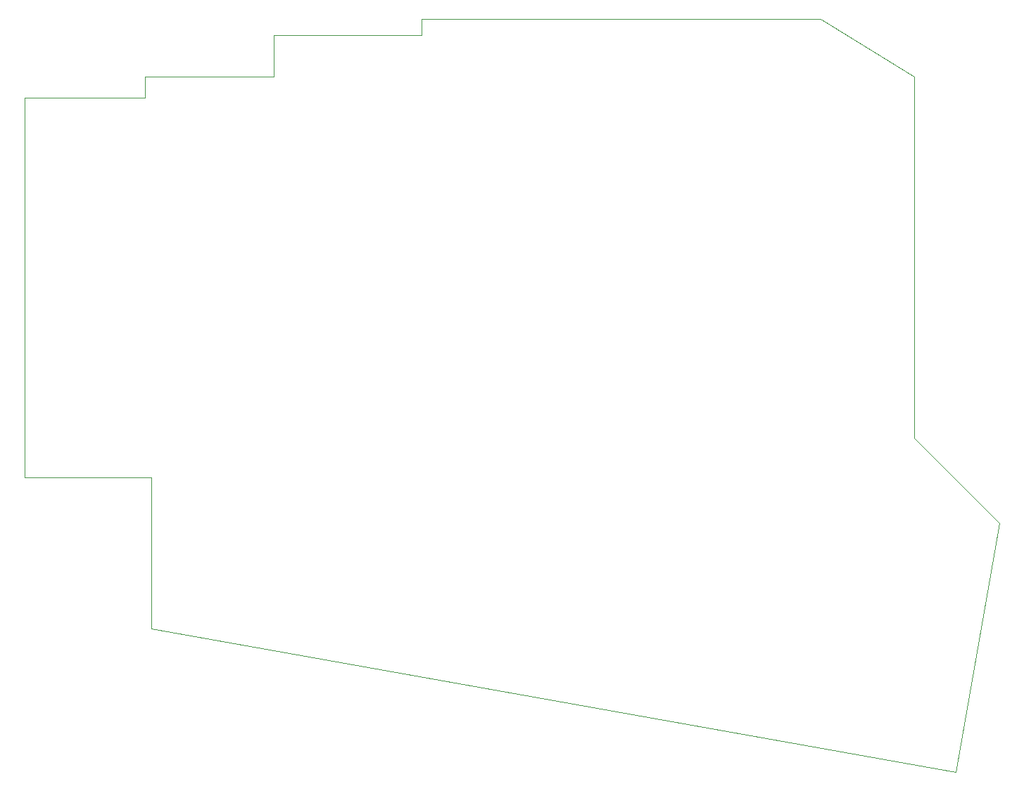
<source format=gbr>
%TF.GenerationSoftware,KiCad,Pcbnew,(5.1.9)-1*%
%TF.CreationDate,2021-08-30T11:16:40+09:00*%
%TF.ProjectId,007_SPLP,3030375f-5350-44c5-902e-6b696361645f,rev?*%
%TF.SameCoordinates,Original*%
%TF.FileFunction,Profile,NP*%
%FSLAX46Y46*%
G04 Gerber Fmt 4.6, Leading zero omitted, Abs format (unit mm)*
G04 Created by KiCad (PCBNEW (5.1.9)-1) date 2021-08-30 11:16:40*
%MOMM*%
%LPD*%
G01*
G04 APERTURE LIST*
%TA.AperFunction,Profile*%
%ADD10C,0.050000*%
%TD*%
G04 APERTURE END LIST*
D10*
X38500000Y-89050000D02*
X38500000Y-89500000D01*
X53000000Y-89050000D02*
X38500000Y-89050000D01*
X53000000Y-86550000D02*
X53000000Y-89050000D01*
X68500000Y-86550000D02*
X53000000Y-86550000D01*
X68500000Y-81550000D02*
X68500000Y-86550000D01*
X86250000Y-81550000D02*
X68500000Y-81550000D01*
X86250000Y-79550000D02*
X86250000Y-81550000D01*
X134250000Y-79550000D02*
X86250000Y-79550000D01*
X145500000Y-86500000D02*
X134250000Y-79550000D01*
X145500000Y-130000000D02*
X145500000Y-86500000D01*
X155750000Y-140250000D02*
X145500000Y-130000000D01*
X150500000Y-170250000D02*
X155750000Y-140250000D01*
X150500000Y-170250000D02*
X53750000Y-153000000D01*
X53750000Y-134750000D02*
X53750000Y-153000000D01*
X38500000Y-134750000D02*
X53750000Y-134750000D01*
X38500000Y-89500000D02*
X38500000Y-134750000D01*
M02*

</source>
